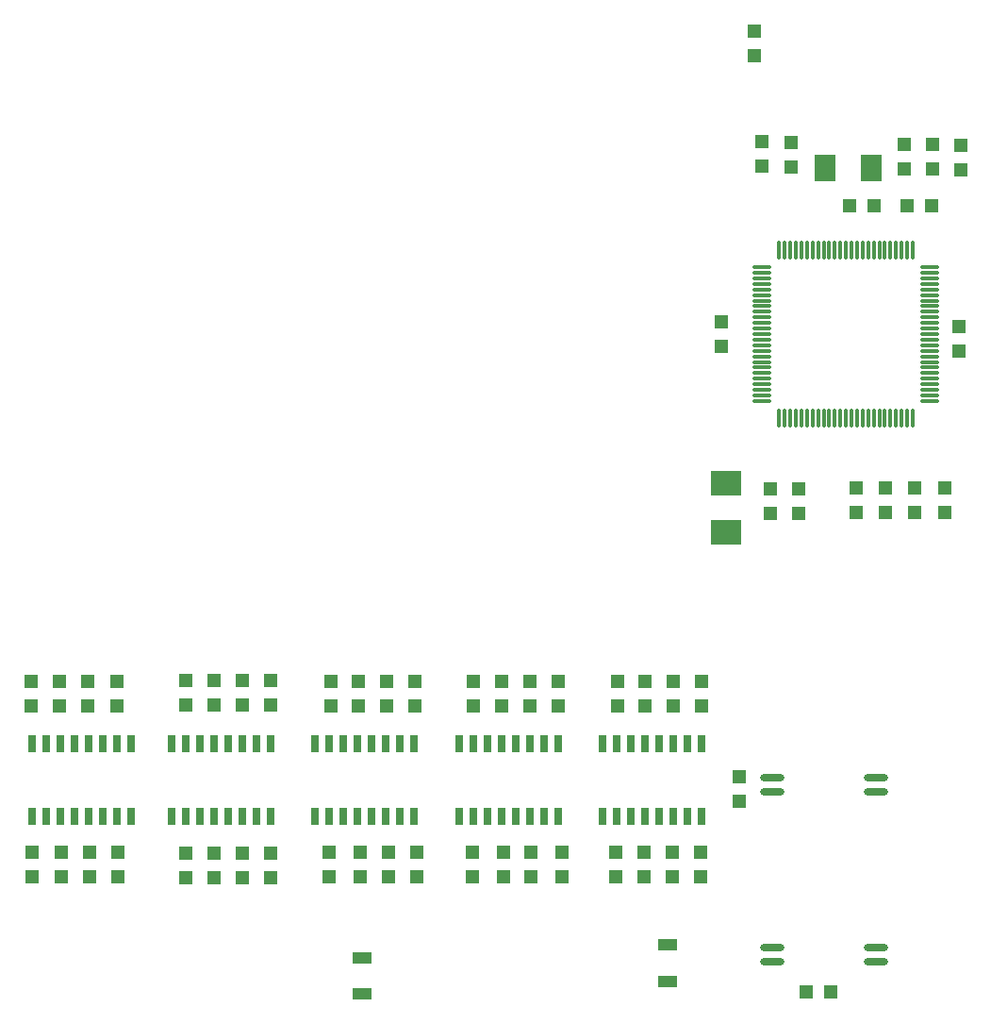
<source format=gtp>
%FSLAX25Y25*%
%MOIN*%
G70*
G01*
G75*
G04 Layer_Color=8421504*
%ADD10R,0.07087X0.03937*%
%ADD11O,0.08465X0.02756*%
%ADD12R,0.05100X0.05100*%
%ADD13R,0.02559X0.06496*%
%ADD14R,0.05100X0.05100*%
%ADD15O,0.01102X0.07087*%
%ADD16O,0.07087X0.01102*%
%ADD17R,0.07480X0.09449*%
%ADD18R,0.10799X0.08500*%
%ADD19C,0.01102*%
%ADD20C,0.01000*%
%ADD21C,0.02362*%
%ADD22C,0.01500*%
%ADD23C,0.01200*%
%ADD24C,0.03000*%
%ADD25C,0.02000*%
%ADD26C,0.02500*%
%ADD27C,0.04000*%
%ADD28C,0.04331*%
%ADD29R,0.18600X0.07100*%
%ADD30R,0.10000X0.05300*%
%ADD31R,0.19700X0.10000*%
%ADD32C,0.05906*%
%ADD33R,0.05906X0.05906*%
%ADD34C,0.02000*%
%ADD35C,0.03000*%
G04:AMPARAMS|DCode=36|XSize=94.49mil|YSize=29.13mil|CornerRadius=0.73mil|HoleSize=0mil|Usage=FLASHONLY|Rotation=270.000|XOffset=0mil|YOffset=0mil|HoleType=Round|Shape=RoundedRectangle|*
%AMROUNDEDRECTD36*
21,1,0.09449,0.02768,0,0,270.0*
21,1,0.09303,0.02913,0,0,270.0*
1,1,0.00146,-0.01384,-0.04652*
1,1,0.00146,-0.01384,0.04652*
1,1,0.00146,0.01384,0.04652*
1,1,0.00146,0.01384,-0.04652*
%
%ADD36ROUNDEDRECTD36*%
%ADD37R,0.15700X0.09409*%
%ADD38C,0.00984*%
%ADD39C,0.01969*%
%ADD40C,0.01181*%
%ADD41C,0.00500*%
%ADD42C,0.00787*%
%ADD43C,0.00700*%
%ADD44C,0.00394*%
%ADD45C,0.00591*%
%ADD46R,0.08221X0.00898*%
D10*
X-6900Y-333800D02*
D03*
Y-346595D02*
D03*
X-115000Y-351100D02*
D03*
Y-338305D02*
D03*
D11*
X29993Y-274600D02*
D03*
Y-279600D02*
D03*
Y-334600D02*
D03*
Y-339600D02*
D03*
X66607Y-274600D02*
D03*
Y-279600D02*
D03*
Y-334600D02*
D03*
Y-339600D02*
D03*
D12*
X80427Y-172413D02*
D03*
Y-181074D02*
D03*
X-126519Y-309838D02*
D03*
X-95519D02*
D03*
X-157252Y-310038D02*
D03*
X-96419Y-240577D02*
D03*
X-126519Y-301177D02*
D03*
X-201419Y-300877D02*
D03*
Y-309538D02*
D03*
X-211319Y-300877D02*
D03*
Y-309538D02*
D03*
X-221369Y-300877D02*
D03*
Y-309538D02*
D03*
X-231669Y-300877D02*
D03*
Y-309538D02*
D03*
X-126033Y-249256D02*
D03*
Y-240595D02*
D03*
X-232065Y-240595D02*
D03*
Y-249256D02*
D03*
X29237Y-172526D02*
D03*
Y-181187D02*
D03*
X-201719Y-240577D02*
D03*
Y-249238D02*
D03*
X-211834Y-240595D02*
D03*
Y-249256D02*
D03*
X-221949Y-240595D02*
D03*
Y-249256D02*
D03*
X39437Y-181187D02*
D03*
X90900Y-181074D02*
D03*
X36700Y-50269D02*
D03*
X76800Y-51069D02*
D03*
X86800D02*
D03*
X-116162Y-240595D02*
D03*
X-106290D02*
D03*
X26500Y-58731D02*
D03*
X39437Y-172526D02*
D03*
X96600Y-51369D02*
D03*
X-95519Y-301177D02*
D03*
X-105519Y-309838D02*
D03*
Y-301177D02*
D03*
X-115619Y-309838D02*
D03*
Y-301177D02*
D03*
X-116162Y-249256D02*
D03*
X-106290D02*
D03*
X-96419Y-249238D02*
D03*
X-157329Y-249156D02*
D03*
X-157252Y-301377D02*
D03*
X96100Y-123931D02*
D03*
Y-115269D02*
D03*
X12200Y-113556D02*
D03*
Y-122217D02*
D03*
X76800Y-59731D02*
D03*
X86800D02*
D03*
X36700Y-58931D02*
D03*
X96600Y-60031D02*
D03*
X90900Y-172413D02*
D03*
X-5319Y-309838D02*
D03*
Y-301177D02*
D03*
X-157329Y-240495D02*
D03*
X26500Y-50069D02*
D03*
X23781Y-11177D02*
D03*
Y-19838D02*
D03*
X-75696Y-240595D02*
D03*
Y-249256D02*
D03*
X-75819Y-301177D02*
D03*
Y-309838D02*
D03*
X-65696Y-240595D02*
D03*
Y-249256D02*
D03*
X-65119Y-301177D02*
D03*
Y-309838D02*
D03*
X-55696Y-240595D02*
D03*
Y-249256D02*
D03*
X-55219Y-301177D02*
D03*
Y-309838D02*
D03*
X-45696Y-240595D02*
D03*
Y-249256D02*
D03*
X-44319Y-301177D02*
D03*
Y-309838D02*
D03*
X-24696Y-240595D02*
D03*
Y-249256D02*
D03*
X-25419Y-301177D02*
D03*
Y-309838D02*
D03*
X-177396Y-240495D02*
D03*
Y-249156D02*
D03*
X-177319Y-301377D02*
D03*
Y-310038D02*
D03*
X59576Y-172413D02*
D03*
Y-181074D02*
D03*
X-14804Y-240595D02*
D03*
Y-249256D02*
D03*
X-15419Y-301177D02*
D03*
Y-309838D02*
D03*
X-167363Y-240495D02*
D03*
Y-249156D02*
D03*
X-167286Y-301377D02*
D03*
Y-310038D02*
D03*
X70049Y-172413D02*
D03*
Y-181074D02*
D03*
X-4911Y-240595D02*
D03*
Y-249256D02*
D03*
X18400Y-274469D02*
D03*
Y-283131D02*
D03*
X4981Y-240577D02*
D03*
Y-249238D02*
D03*
X4581Y-301177D02*
D03*
Y-309838D02*
D03*
X-147296Y-240495D02*
D03*
Y-249156D02*
D03*
X-147219Y-301377D02*
D03*
Y-310038D02*
D03*
D13*
X-231719Y-262812D02*
D03*
X-221719D02*
D03*
X-211719D02*
D03*
X-201719D02*
D03*
X-196719Y-288403D02*
D03*
X-201719D02*
D03*
X-206719D02*
D03*
X-211719D02*
D03*
X-216719D02*
D03*
X-221719D02*
D03*
X-226719D02*
D03*
X-231719D02*
D03*
X-196719Y-262812D02*
D03*
X-206719D02*
D03*
X-216719D02*
D03*
X-226719D02*
D03*
X-101521Y-288403D02*
D03*
X-96521D02*
D03*
X-106521D02*
D03*
X-111521D02*
D03*
X-116521D02*
D03*
X-121521D02*
D03*
X-126521D02*
D03*
X-131521D02*
D03*
Y-262812D02*
D03*
X-126521D02*
D03*
X-121521D02*
D03*
X-116521D02*
D03*
X-111521D02*
D03*
X-106521D02*
D03*
X-101521D02*
D03*
X-96521D02*
D03*
X-19Y-288403D02*
D03*
X4981D02*
D03*
X-5019D02*
D03*
X-10019D02*
D03*
X-15019D02*
D03*
X-20019D02*
D03*
X-25019D02*
D03*
X-30019D02*
D03*
Y-262812D02*
D03*
X-25019D02*
D03*
X-20019D02*
D03*
X-15019D02*
D03*
X-10019D02*
D03*
X-5019D02*
D03*
X-19D02*
D03*
X4981D02*
D03*
X-152271Y-288403D02*
D03*
X-147271D02*
D03*
X-157271D02*
D03*
X-162271D02*
D03*
X-167271D02*
D03*
X-172271D02*
D03*
X-177271D02*
D03*
X-182271D02*
D03*
Y-262812D02*
D03*
X-177271D02*
D03*
X-172271D02*
D03*
X-167271D02*
D03*
X-162271D02*
D03*
X-157271D02*
D03*
X-152271D02*
D03*
X-147271D02*
D03*
X-50770Y-288403D02*
D03*
X-45770D02*
D03*
X-55770D02*
D03*
X-60770D02*
D03*
X-65770D02*
D03*
X-70770D02*
D03*
X-75770D02*
D03*
X-80770D02*
D03*
Y-262812D02*
D03*
X-75770D02*
D03*
X-70770D02*
D03*
X-65770D02*
D03*
X-60770D02*
D03*
X-55770D02*
D03*
X-50770D02*
D03*
X-45770D02*
D03*
D14*
X86531Y-72800D02*
D03*
X77869D02*
D03*
X65994Y-72645D02*
D03*
X57332D02*
D03*
X50731Y-350300D02*
D03*
X42069D02*
D03*
D15*
X77735Y-147732D02*
D03*
X42301D02*
D03*
X67892Y-88283D02*
D03*
X79703Y-147732D02*
D03*
X40333D02*
D03*
X69861Y-88283D02*
D03*
X32459D02*
D03*
X67892Y-147732D02*
D03*
X69861D02*
D03*
X73798D02*
D03*
X54112D02*
D03*
X34427D02*
D03*
X56081D02*
D03*
X61987D02*
D03*
X71829D02*
D03*
X40333Y-88283D02*
D03*
X42301D02*
D03*
X44270D02*
D03*
X46238D02*
D03*
X48207Y-147732D02*
D03*
X44270D02*
D03*
X46238D02*
D03*
X79703Y-88283D02*
D03*
X77735D02*
D03*
X75766D02*
D03*
X73798D02*
D03*
X71829D02*
D03*
X65924D02*
D03*
X63955D02*
D03*
X61987D02*
D03*
X60018D02*
D03*
X58049D02*
D03*
X56081D02*
D03*
X54112D02*
D03*
X52144D02*
D03*
X50175D02*
D03*
X48207D02*
D03*
X38364D02*
D03*
X36396D02*
D03*
X34427D02*
D03*
X32459Y-147732D02*
D03*
X36396D02*
D03*
X38364D02*
D03*
X50175D02*
D03*
X52144D02*
D03*
X58049D02*
D03*
X60018D02*
D03*
X63955D02*
D03*
X65924D02*
D03*
X75766D02*
D03*
D16*
X26357Y-116039D02*
D03*
X85805Y-121944D02*
D03*
X26357Y-114070D02*
D03*
X85805Y-123913D02*
D03*
X26357Y-139661D02*
D03*
X85805Y-141629D02*
D03*
Y-112102D02*
D03*
Y-129818D02*
D03*
Y-131787D02*
D03*
Y-108165D02*
D03*
Y-118007D02*
D03*
Y-119976D02*
D03*
Y-98322D02*
D03*
X26357Y-119976D02*
D03*
Y-118007D02*
D03*
X85805Y-139661D02*
D03*
Y-137692D02*
D03*
Y-135724D02*
D03*
Y-133755D02*
D03*
Y-127850D02*
D03*
Y-125881D02*
D03*
Y-116039D02*
D03*
Y-114070D02*
D03*
Y-110133D02*
D03*
Y-106196D02*
D03*
Y-104228D02*
D03*
Y-102259D02*
D03*
Y-100291D02*
D03*
Y-96354D02*
D03*
Y-94385D02*
D03*
X26357D02*
D03*
Y-96354D02*
D03*
Y-98322D02*
D03*
Y-100291D02*
D03*
Y-102259D02*
D03*
Y-104228D02*
D03*
Y-106196D02*
D03*
Y-108165D02*
D03*
Y-110133D02*
D03*
Y-112102D02*
D03*
Y-121944D02*
D03*
Y-123913D02*
D03*
Y-125881D02*
D03*
Y-127850D02*
D03*
Y-129818D02*
D03*
Y-131787D02*
D03*
Y-133755D02*
D03*
Y-135724D02*
D03*
Y-137692D02*
D03*
Y-141629D02*
D03*
D17*
X48829Y-59500D02*
D03*
X64971D02*
D03*
D18*
X13704Y-187928D02*
D03*
Y-170527D02*
D03*
M02*

</source>
